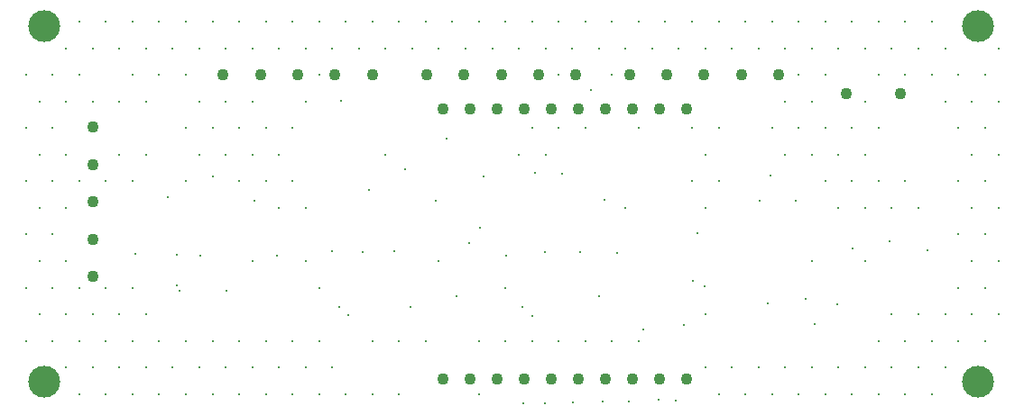
<source format=gbr>
%TF.GenerationSoftware,Altium Limited,Altium Designer,24.8.2 (39)*%
G04 Layer_Color=0*
%FSLAX45Y45*%
%MOMM*%
%TF.SameCoordinates,FC40D359-564B-479C-ACF9-AE4C40DE52D9*%
%TF.FilePolarity,Positive*%
%TF.FileFunction,Plated,1,2,PTH,Drill*%
%TF.Part,Single*%
G01*
G75*
%TA.AperFunction,ComponentDrill*%
%ADD46C,1.10000*%
%TA.AperFunction,OtherDrill,Pad Free-6 (164.375mm,62.1mm)*%
%ADD47C,3.00000*%
%TA.AperFunction,OtherDrill,Pad Free-6 (164.363mm,28.651mm)*%
%ADD48C,3.00000*%
%TA.AperFunction,ComponentDrill*%
%ADD49C,1.10000*%
%TA.AperFunction,OtherDrill,Pad Free-6 (76.708mm,62.103mm)*%
%ADD50C,3.00000*%
%TA.AperFunction,OtherDrill,Pad Free-6 (76.708mm,28.651mm)*%
%ADD51C,3.00000*%
%TA.AperFunction,ViaDrill,NotFilled*%
%ADD52C,0.30000*%
D46*
X8127500Y5257200D02*
D03*
Y4907500D02*
D03*
X8128400Y4557100D02*
D03*
X8127300Y3857600D02*
D03*
Y4207100D02*
D03*
X13700760Y5432500D02*
D03*
X13446761D02*
D03*
X13192760D02*
D03*
X12938760D02*
D03*
X12684760D02*
D03*
X12430760D02*
D03*
X12176760D02*
D03*
X11922760D02*
D03*
X11668760D02*
D03*
X11414760D02*
D03*
X13700760Y2892500D02*
D03*
X13446761D02*
D03*
X13192760D02*
D03*
X12938760D02*
D03*
X12684760D02*
D03*
X12430760D02*
D03*
X12176760D02*
D03*
X11922760D02*
D03*
X11668760D02*
D03*
X11414760D02*
D03*
D47*
X16437500Y6210000D02*
D03*
D48*
X16436340Y2865120D02*
D03*
D49*
X12660000Y5750000D02*
D03*
X12310300D02*
D03*
X11959900Y5749100D02*
D03*
X11260400Y5750200D02*
D03*
X11609900D02*
D03*
X14563078Y5753900D02*
D03*
X14213379D02*
D03*
X13862979Y5753000D02*
D03*
X13163480Y5754100D02*
D03*
X13512979D02*
D03*
X15709900Y5575300D02*
D03*
X15201900D02*
D03*
X10749700Y5750000D02*
D03*
X10400000D02*
D03*
X10049600Y5749100D02*
D03*
X9350100Y5750200D02*
D03*
X9699600D02*
D03*
D50*
X7670800Y6210300D02*
D03*
D51*
Y2865120D02*
D03*
D52*
X7625000Y4000000D02*
D03*
X7750000Y3750000D02*
D03*
X8000000D02*
D03*
X7875000Y4000000D02*
D03*
X7500000Y3750000D02*
D03*
Y4250000D02*
D03*
X7750000D02*
D03*
X10125000Y4500000D02*
D03*
X16625002Y6000000D02*
D03*
X16500002Y5750000D02*
D03*
X16625002Y5500000D02*
D03*
X16500002Y5250000D02*
D03*
X16625002Y5000000D02*
D03*
X16500002Y4750000D02*
D03*
X16625002Y4500000D02*
D03*
X16500002Y4250000D02*
D03*
X16625002Y4000000D02*
D03*
X16500002Y3750000D02*
D03*
X16625002Y3500000D02*
D03*
X16500002Y3250000D02*
D03*
X16250002Y5750000D02*
D03*
X16375002Y5500000D02*
D03*
X16250002Y5250000D02*
D03*
X16375002Y5000000D02*
D03*
X16250002Y4750000D02*
D03*
X16375002Y4500000D02*
D03*
X16250002Y4250000D02*
D03*
X16375002Y4000000D02*
D03*
X16250002Y3750000D02*
D03*
X16375002Y3500000D02*
D03*
X16250002Y3250000D02*
D03*
X16000002Y6250000D02*
D03*
X16125002Y6000000D02*
D03*
X16000002Y5750000D02*
D03*
X16125002Y5500000D02*
D03*
Y3500000D02*
D03*
X16000002Y3250000D02*
D03*
X16125002Y3000000D02*
D03*
X16000002Y2750000D02*
D03*
X15750002Y6250000D02*
D03*
X15875002Y6000000D02*
D03*
X15750002Y5750000D02*
D03*
Y4750000D02*
D03*
X15875002Y4500000D02*
D03*
Y3500000D02*
D03*
X15750002Y3250000D02*
D03*
X15875002Y3000000D02*
D03*
X15750002Y2750000D02*
D03*
X15500000Y6250000D02*
D03*
X15625002Y6000000D02*
D03*
X15500000Y5750000D02*
D03*
Y5250000D02*
D03*
Y4750000D02*
D03*
X15625002Y4500000D02*
D03*
Y3500000D02*
D03*
X15500000Y3250000D02*
D03*
X15625002Y3000000D02*
D03*
X15500000Y2750000D02*
D03*
X15250000Y6250000D02*
D03*
X15375000Y6000000D02*
D03*
Y5500000D02*
D03*
X15250000Y5250000D02*
D03*
X15375000Y5000000D02*
D03*
X15250000Y4750000D02*
D03*
X15375000Y4500000D02*
D03*
Y4000000D02*
D03*
Y3000000D02*
D03*
X15250000Y2750000D02*
D03*
X15000000Y6250000D02*
D03*
X15125000Y6000000D02*
D03*
X15000000Y5750000D02*
D03*
Y5250000D02*
D03*
X15125000Y5000000D02*
D03*
X15000000Y4750000D02*
D03*
X15125000Y4500000D02*
D03*
Y3000000D02*
D03*
X15000000Y2750000D02*
D03*
X14750000Y6250000D02*
D03*
X14875000Y6000000D02*
D03*
X14750000Y5750000D02*
D03*
X14875000Y5500000D02*
D03*
X14750000Y5250000D02*
D03*
X14875000Y5000000D02*
D03*
Y4000000D02*
D03*
Y3000000D02*
D03*
X14750000Y2750000D02*
D03*
X14500000Y6250000D02*
D03*
X14625000Y6000000D02*
D03*
Y5500000D02*
D03*
X14500000Y5250000D02*
D03*
X14625000Y5000000D02*
D03*
Y3000000D02*
D03*
X14500000Y2750000D02*
D03*
X14250000Y6250000D02*
D03*
X14375000Y6000000D02*
D03*
Y3000000D02*
D03*
X14250000Y2750000D02*
D03*
X14000000Y6250000D02*
D03*
X14125000Y6000000D02*
D03*
X14000000Y5250000D02*
D03*
Y4750000D02*
D03*
X14125000Y3000000D02*
D03*
X14000000Y2750000D02*
D03*
X13750000Y6250000D02*
D03*
X13875000Y6000000D02*
D03*
X13750000Y5250000D02*
D03*
X13875000Y5000000D02*
D03*
X13750000Y4750000D02*
D03*
X13875000Y4500000D02*
D03*
Y3500000D02*
D03*
Y3000000D02*
D03*
X13500000Y6250000D02*
D03*
X13625000Y6000000D02*
D03*
X13250000Y6250000D02*
D03*
X13375000Y6000000D02*
D03*
X13250000Y5250000D02*
D03*
Y3250000D02*
D03*
X13000000Y6250000D02*
D03*
X13125000Y6000000D02*
D03*
X13000000Y5750000D02*
D03*
X13125000Y4500000D02*
D03*
X13000000Y3250000D02*
D03*
X12750000Y6250000D02*
D03*
X12875000Y6000000D02*
D03*
X12750000Y5250000D02*
D03*
Y3250000D02*
D03*
X12500000Y6250000D02*
D03*
X12625000Y6000000D02*
D03*
X12500000Y5750000D02*
D03*
Y5250000D02*
D03*
Y3250000D02*
D03*
X12250000Y6250000D02*
D03*
X12375000Y6000000D02*
D03*
X12250000Y5250000D02*
D03*
X12375000Y5000000D02*
D03*
X12250000Y3250000D02*
D03*
X12000000Y6250000D02*
D03*
X12125000Y6000000D02*
D03*
Y5000000D02*
D03*
X12000000Y3750000D02*
D03*
Y3250000D02*
D03*
X11750000Y6250000D02*
D03*
X11875000Y6000000D02*
D03*
X11750000Y3250000D02*
D03*
Y2750000D02*
D03*
X11500000Y6250000D02*
D03*
X11625000Y6000000D02*
D03*
X11250000Y6250000D02*
D03*
X11375000Y6000000D02*
D03*
Y4000000D02*
D03*
X11250000Y3250000D02*
D03*
X11000000Y6250000D02*
D03*
X11125000Y6000000D02*
D03*
X11000000Y3250000D02*
D03*
Y2750000D02*
D03*
X10750000Y6250000D02*
D03*
X10875000Y6000000D02*
D03*
Y5000000D02*
D03*
X10750000Y3250000D02*
D03*
Y2750000D02*
D03*
X10500000Y6250000D02*
D03*
X10625000Y6000000D02*
D03*
X10500000Y2750000D02*
D03*
X10250000Y6250000D02*
D03*
X10375000Y6000000D02*
D03*
X10250000Y5750000D02*
D03*
Y3750000D02*
D03*
Y3250000D02*
D03*
X10375000Y3000000D02*
D03*
X10250000Y2750000D02*
D03*
X10000000Y6250000D02*
D03*
X10125000Y6000000D02*
D03*
Y5500000D02*
D03*
X10000000Y5250000D02*
D03*
Y4750000D02*
D03*
X10125000Y4000000D02*
D03*
X10000000Y3250000D02*
D03*
X10125000Y3000000D02*
D03*
X10000000Y2750000D02*
D03*
X9750000Y6250000D02*
D03*
X9875000Y6000000D02*
D03*
X9750000Y5250000D02*
D03*
X9875000Y5000000D02*
D03*
X9750000Y4750000D02*
D03*
X9875000Y4500000D02*
D03*
X9750000Y3250000D02*
D03*
X9875000Y3000000D02*
D03*
X9750000Y2750000D02*
D03*
X9500000Y6250000D02*
D03*
X9625000Y6000000D02*
D03*
Y5500000D02*
D03*
X9500000Y5250000D02*
D03*
X9625000Y5000000D02*
D03*
X9500000Y4750000D02*
D03*
X9625000Y4000000D02*
D03*
X9500000Y3250000D02*
D03*
X9625000Y3000000D02*
D03*
X9500000Y2750000D02*
D03*
X9250000Y6250000D02*
D03*
X9375000Y6000000D02*
D03*
Y5500000D02*
D03*
X9250000Y5250000D02*
D03*
X9375000Y5000000D02*
D03*
X9250000Y3250000D02*
D03*
X9375000Y3000000D02*
D03*
X9250000Y2750000D02*
D03*
X9000000Y6250000D02*
D03*
X9125000Y6000000D02*
D03*
X9000000Y5750000D02*
D03*
X9125000Y5500000D02*
D03*
X9000000Y5250000D02*
D03*
X9125000Y5000000D02*
D03*
X9000000Y4750000D02*
D03*
Y3250000D02*
D03*
X9125000Y3000000D02*
D03*
X9000000Y2750000D02*
D03*
X8750000Y6250000D02*
D03*
X8875000Y6000000D02*
D03*
X8750000Y5750000D02*
D03*
Y3250000D02*
D03*
X8875000Y3000000D02*
D03*
X8750000Y2750000D02*
D03*
X8500000Y6250000D02*
D03*
X8625000Y6000000D02*
D03*
X8500000Y5750000D02*
D03*
X8625000Y5500000D02*
D03*
Y5000000D02*
D03*
X8500000Y4750000D02*
D03*
Y3750000D02*
D03*
X8625000Y3500000D02*
D03*
X8500000Y3250000D02*
D03*
X8625000Y3000000D02*
D03*
X8500000Y2750000D02*
D03*
X8250000Y6250000D02*
D03*
X8375000Y6000000D02*
D03*
Y5500000D02*
D03*
Y5000000D02*
D03*
X8250000Y4750000D02*
D03*
Y3750000D02*
D03*
X8375000Y3500000D02*
D03*
X8250000Y3250000D02*
D03*
X8375000Y3000000D02*
D03*
X8250000Y2750000D02*
D03*
X8000000Y6250000D02*
D03*
X8125000Y6000000D02*
D03*
X8000000Y5750000D02*
D03*
X8125000Y5500000D02*
D03*
X8000000Y4750000D02*
D03*
X8125000Y3500000D02*
D03*
X8000000Y3250000D02*
D03*
X8125000Y3000000D02*
D03*
X8000000Y2750000D02*
D03*
X7875000Y6000000D02*
D03*
X7750000Y5750000D02*
D03*
X7875000Y5500000D02*
D03*
X7750000Y5250000D02*
D03*
X7875000Y5000000D02*
D03*
X7750000Y4750000D02*
D03*
X7875000Y4500000D02*
D03*
Y3500000D02*
D03*
X7750000Y3250000D02*
D03*
X7875000Y3000000D02*
D03*
X7500000Y5750000D02*
D03*
X7625000Y5500000D02*
D03*
X7500000Y5250000D02*
D03*
X7625000Y5000000D02*
D03*
X7500000Y4750000D02*
D03*
X7625000Y4500000D02*
D03*
Y3500000D02*
D03*
X7500000Y3250000D02*
D03*
X8915000Y3772500D02*
D03*
X11537500Y3670000D02*
D03*
X8945000Y3723750D02*
D03*
X13762500Y3815000D02*
D03*
X13802499Y4260000D02*
D03*
X13047501Y4075000D02*
D03*
X10957500Y4090000D02*
D03*
X10372500Y4092500D02*
D03*
X11107500Y3570000D02*
D03*
X9377500Y3722500D02*
D03*
X15110001Y3595000D02*
D03*
X8917500Y4057500D02*
D03*
X9137500Y4050000D02*
D03*
X9640000Y4570000D02*
D03*
X9255000Y4797500D02*
D03*
X8832500Y4605000D02*
D03*
X11764510Y4312150D02*
D03*
X11655000Y4167500D02*
D03*
X10440000Y3567500D02*
D03*
X10522500Y3490000D02*
D03*
X14720200Y4570200D02*
D03*
X14482700Y4807700D02*
D03*
X14382500Y4565000D02*
D03*
X15605000Y4190000D02*
D03*
X13600000Y2687500D02*
D03*
X13439999Y2692500D02*
D03*
X13160001Y2680000D02*
D03*
X12914999Y2675000D02*
D03*
X12630000Y2670000D02*
D03*
X12372500Y2662500D02*
D03*
X12162500Y2660000D02*
D03*
X11342500Y4567500D02*
D03*
X10460000Y5505000D02*
D03*
X8525000Y4065000D02*
D03*
X12805000Y5607500D02*
D03*
X15960001Y4100000D02*
D03*
X15257500Y4115000D02*
D03*
X14900000Y3405000D02*
D03*
X14820000Y3645000D02*
D03*
X14457500Y3602500D02*
D03*
X12877499Y3672500D02*
D03*
X12277500Y4832500D02*
D03*
X12535000Y4817500D02*
D03*
X12925000Y4577500D02*
D03*
X12697500Y4082500D02*
D03*
X12372500Y4085000D02*
D03*
X12010000Y4052500D02*
D03*
X11055000Y4867500D02*
D03*
X10715000Y4667500D02*
D03*
X10662500Y4087500D02*
D03*
X12155000Y3567500D02*
D03*
X11793634Y4797414D02*
D03*
X13672501Y3395000D02*
D03*
X11450000Y5155000D02*
D03*
X9857500Y4052500D02*
D03*
X12247500Y3487500D02*
D03*
X13295000Y3355000D02*
D03*
X13872501Y3765000D02*
D03*
%TF.MD5,42aeb92504e822dcd9a8f3868244deee*%
M02*

</source>
